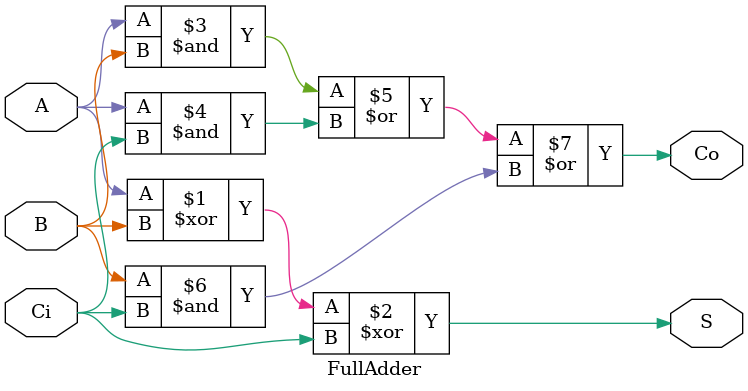
<source format=v>
`timescale 1ns / 1ps


module FullAdder(A,B,Ci,S,Co);
    input A, B;   //data inputs
    input Ci;     //carry in
    output Co;    //carry out
    output S;     //sum
	 wire S,Co;    //declare the data types
	 assign #5 S=A ^ B ^ Ci;
	 assign #7 Co=A&B|A&Ci|B&Ci;
    


endmodule
 
</source>
